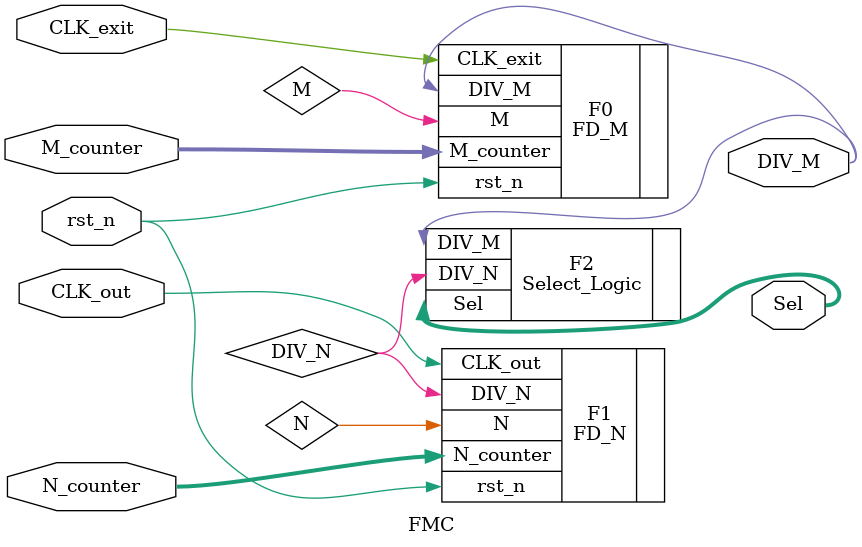
<source format=v>
`include "FD_M.v"
`include "FD_N.v"
`include "Select_Logic.v"
module FMC (CLK_exit,CLK_out,rst_n,Sel,DIV_M,M_counter,N_counter);
input CLK_exit;
input CLK_out;
input rst_n;
input [1:0] M_counter;
input [2:0] N_counter;
output [1:0]Sel;
output DIV_M;

wire DIV_N;

FD_M F0(.M(M),.DIV_M(DIV_M),.CLK_exit(CLK_exit),.rst_n(rst_n),.M_counter(M_counter));
FD_N F1(.N(N),.DIV_N(DIV_N),.CLK_out(CLK_out),.rst_n(rst_n),.N_counter(N_counter));
Select_Logic F2(.DIV_N(DIV_N),.DIV_M(DIV_M),.Sel(Sel));






endmodule
</source>
